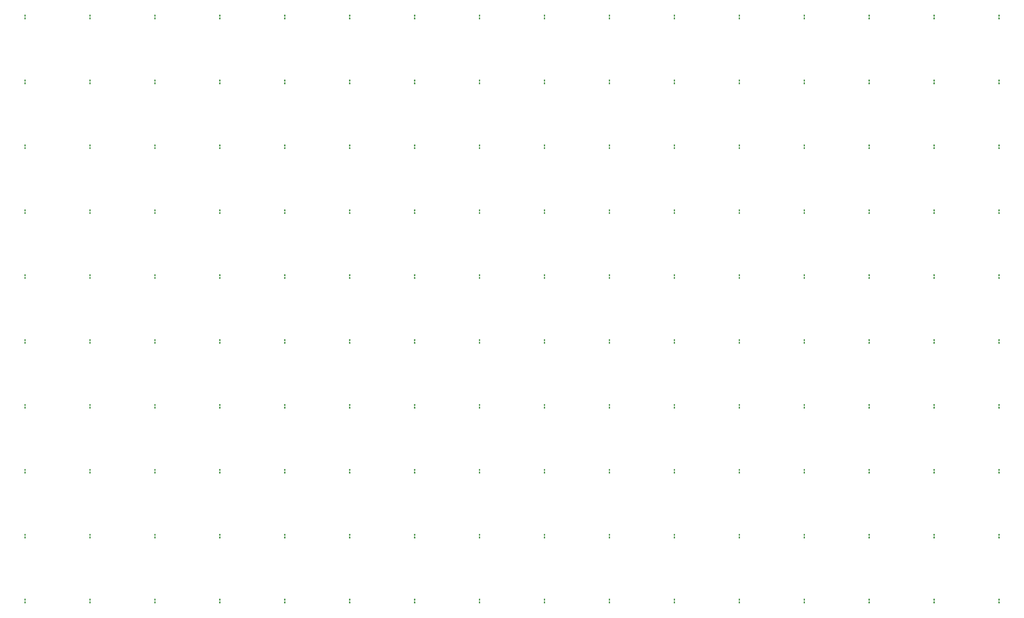
<source format=gbp>
G04 Layer_Color=128*
%FSLAX25Y25*%
%MOIN*%
G70*
G01*
G75*
%ADD11R,0.02126X0.03111*%
G36*
X1117155Y410616D02*
Y408661D01*
X1116998Y408503D01*
X1115187D01*
X1115029Y408661D01*
Y410616D01*
X1115752Y411673D01*
X1116432D01*
X1117155Y410616D01*
D02*
G37*
G36*
X1010856D02*
Y408661D01*
X1010698Y408503D01*
X1008887D01*
X1008730Y408661D01*
Y410616D01*
X1009453Y411673D01*
X1010133D01*
X1010856Y410616D01*
D02*
G37*
G36*
X1223454D02*
Y408661D01*
X1223297Y408503D01*
X1221486D01*
X1221328Y408661D01*
Y410616D01*
X1222051Y411673D01*
X1222731D01*
X1223454Y410616D01*
D02*
G37*
G36*
X1436053D02*
Y408661D01*
X1435895Y408503D01*
X1434084D01*
X1433927Y408661D01*
Y410616D01*
X1434650Y411673D01*
X1435330D01*
X1436053Y410616D01*
D02*
G37*
G36*
X1329753D02*
Y408661D01*
X1329596Y408503D01*
X1327785D01*
X1327627Y408661D01*
Y410616D01*
X1328350Y411673D01*
X1329031D01*
X1329753Y410616D01*
D02*
G37*
G36*
X585659D02*
Y408661D01*
X585502Y408503D01*
X583691D01*
X583533Y408661D01*
Y410616D01*
X584256Y411673D01*
X584936D01*
X585659Y410616D01*
D02*
G37*
G36*
X479360D02*
Y408661D01*
X479202Y408503D01*
X477391D01*
X477234Y408661D01*
Y410616D01*
X477957Y411673D01*
X478637D01*
X479360Y410616D01*
D02*
G37*
G36*
X691958D02*
Y408661D01*
X691801Y408503D01*
X689990D01*
X689832Y408661D01*
Y410616D01*
X690555Y411673D01*
X691235D01*
X691958Y410616D01*
D02*
G37*
G36*
X904557D02*
Y408661D01*
X904399Y408503D01*
X902588D01*
X902431Y408661D01*
Y410616D01*
X903154Y411673D01*
X903834D01*
X904557Y410616D01*
D02*
G37*
G36*
X798257D02*
Y408661D01*
X798100Y408503D01*
X796289D01*
X796132Y408661D01*
Y410616D01*
X796854Y411673D01*
X797535D01*
X798257Y410616D01*
D02*
G37*
G36*
X479360Y415748D02*
Y413794D01*
X478637Y412736D01*
X477957D01*
X477234Y413794D01*
Y415748D01*
X477391Y415906D01*
X479202D01*
X479360Y415748D01*
D02*
G37*
G36*
X373061D02*
Y413794D01*
X372338Y412736D01*
X371657D01*
X370935Y413794D01*
Y415748D01*
X371092Y415906D01*
X372903D01*
X373061Y415748D01*
D02*
G37*
G36*
X585659D02*
Y413794D01*
X584936Y412736D01*
X584256D01*
X583533Y413794D01*
Y415748D01*
X583691Y415906D01*
X585502D01*
X585659Y415748D01*
D02*
G37*
G36*
X798257D02*
Y413794D01*
X797535Y412736D01*
X796854D01*
X796132Y413794D01*
Y415748D01*
X796289Y415906D01*
X798100D01*
X798257Y415748D01*
D02*
G37*
G36*
X691958D02*
Y413794D01*
X691235Y412736D01*
X690555D01*
X689832Y413794D01*
Y415748D01*
X689990Y415906D01*
X691801D01*
X691958Y415748D01*
D02*
G37*
G36*
X1648651Y410616D02*
Y408661D01*
X1648494Y408503D01*
X1646683D01*
X1646525Y408661D01*
Y410616D01*
X1647248Y411673D01*
X1647928D01*
X1648651Y410616D01*
D02*
G37*
G36*
X1542352D02*
Y408661D01*
X1542194Y408503D01*
X1540384D01*
X1540226Y408661D01*
Y410616D01*
X1540949Y411673D01*
X1541629D01*
X1542352Y410616D01*
D02*
G37*
G36*
X54163Y415748D02*
Y413794D01*
X53440Y412736D01*
X52760D01*
X52037Y413794D01*
Y415748D01*
X52194Y415906D01*
X54005D01*
X54163Y415748D01*
D02*
G37*
G36*
X266761D02*
Y413794D01*
X266039Y412736D01*
X265358D01*
X264635Y413794D01*
Y415748D01*
X264793Y415906D01*
X266604D01*
X266761Y415748D01*
D02*
G37*
G36*
X160462D02*
Y413794D01*
X159739Y412736D01*
X159059D01*
X158336Y413794D01*
Y415748D01*
X158494Y415906D01*
X160305D01*
X160462Y415748D01*
D02*
G37*
G36*
X691958Y309449D02*
Y307495D01*
X691235Y306437D01*
X690555D01*
X689832Y307495D01*
Y309449D01*
X689990Y309607D01*
X691801D01*
X691958Y309449D01*
D02*
G37*
G36*
X585659D02*
Y307495D01*
X584936Y306437D01*
X584256D01*
X583533Y307495D01*
Y309449D01*
X583691Y309607D01*
X585502D01*
X585659Y309449D01*
D02*
G37*
G36*
X798257D02*
Y307495D01*
X797535Y306437D01*
X796854D01*
X796132Y307495D01*
Y309449D01*
X796289Y309607D01*
X798100D01*
X798257Y309449D01*
D02*
G37*
G36*
X1010856D02*
Y307495D01*
X1010133Y306437D01*
X1009453D01*
X1008730Y307495D01*
Y309449D01*
X1008887Y309607D01*
X1010698D01*
X1010856Y309449D01*
D02*
G37*
G36*
X904557D02*
Y307495D01*
X903834Y306437D01*
X903154D01*
X902431Y307495D01*
Y309449D01*
X902588Y309607D01*
X904399D01*
X904557Y309449D01*
D02*
G37*
G36*
X160462D02*
Y307495D01*
X159739Y306437D01*
X159059D01*
X158336Y307495D01*
Y309449D01*
X158494Y309607D01*
X160305D01*
X160462Y309449D01*
D02*
G37*
G36*
X54163D02*
Y307495D01*
X53440Y306437D01*
X52760D01*
X52037Y307495D01*
Y309449D01*
X52194Y309607D01*
X54005D01*
X54163Y309449D01*
D02*
G37*
G36*
X266761D02*
Y307495D01*
X266039Y306437D01*
X265358D01*
X264635Y307495D01*
Y309449D01*
X264793Y309607D01*
X266604D01*
X266761Y309449D01*
D02*
G37*
G36*
X479360D02*
Y307495D01*
X478637Y306437D01*
X477957D01*
X477234Y307495D01*
Y309449D01*
X477391Y309607D01*
X479202D01*
X479360Y309449D01*
D02*
G37*
G36*
X373061D02*
Y307495D01*
X372338Y306437D01*
X371657D01*
X370935Y307495D01*
Y309449D01*
X371092Y309607D01*
X372903D01*
X373061Y309449D01*
D02*
G37*
G36*
X54163Y410616D02*
Y408661D01*
X54005Y408503D01*
X52194D01*
X52037Y408661D01*
Y410616D01*
X52760Y411673D01*
X53440D01*
X54163Y410616D01*
D02*
G37*
G36*
X1648651Y309449D02*
Y307495D01*
X1647928Y306437D01*
X1647248D01*
X1646525Y307495D01*
Y309449D01*
X1646683Y309607D01*
X1648494D01*
X1648651Y309449D01*
D02*
G37*
G36*
X160462Y410616D02*
Y408661D01*
X160305Y408503D01*
X158494D01*
X158336Y408661D01*
Y410616D01*
X159059Y411673D01*
X159739D01*
X160462Y410616D01*
D02*
G37*
G36*
X373061D02*
Y408661D01*
X372903Y408503D01*
X371092D01*
X370935Y408661D01*
Y410616D01*
X371657Y411673D01*
X372338D01*
X373061Y410616D01*
D02*
G37*
G36*
X266761D02*
Y408661D01*
X266604Y408503D01*
X264793D01*
X264635Y408661D01*
Y410616D01*
X265358Y411673D01*
X266039D01*
X266761Y410616D01*
D02*
G37*
G36*
X1223454Y309449D02*
Y307495D01*
X1222731Y306437D01*
X1222051D01*
X1221328Y307495D01*
Y309449D01*
X1221486Y309607D01*
X1223297D01*
X1223454Y309449D01*
D02*
G37*
G36*
X1117155D02*
Y307495D01*
X1116432Y306437D01*
X1115752D01*
X1115029Y307495D01*
Y309449D01*
X1115187Y309607D01*
X1116998D01*
X1117155Y309449D01*
D02*
G37*
G36*
X1329753D02*
Y307495D01*
X1329031Y306437D01*
X1328350D01*
X1327627Y307495D01*
Y309449D01*
X1327785Y309607D01*
X1329596D01*
X1329753Y309449D01*
D02*
G37*
G36*
X1542352D02*
Y307495D01*
X1541629Y306437D01*
X1540949D01*
X1540226Y307495D01*
Y309449D01*
X1540384Y309607D01*
X1542194D01*
X1542352Y309449D01*
D02*
G37*
G36*
X1436053D02*
Y307495D01*
X1435330Y306437D01*
X1434650D01*
X1433927Y307495D01*
Y309449D01*
X1434084Y309607D01*
X1435895D01*
X1436053Y309449D01*
D02*
G37*
G36*
X266761Y522048D02*
Y520093D01*
X266039Y519035D01*
X265358D01*
X264635Y520093D01*
Y522048D01*
X264793Y522205D01*
X266604D01*
X266761Y522048D01*
D02*
G37*
G36*
X160462D02*
Y520093D01*
X159739Y519035D01*
X159059D01*
X158336Y520093D01*
Y522048D01*
X158494Y522205D01*
X160305D01*
X160462Y522048D01*
D02*
G37*
G36*
X373061D02*
Y520093D01*
X372338Y519035D01*
X371657D01*
X370935Y520093D01*
Y522048D01*
X371092Y522205D01*
X372903D01*
X373061Y522048D01*
D02*
G37*
G36*
X585659D02*
Y520093D01*
X584936Y519035D01*
X584256D01*
X583533Y520093D01*
Y522048D01*
X583691Y522205D01*
X585502D01*
X585659Y522048D01*
D02*
G37*
G36*
X479360D02*
Y520093D01*
X478637Y519035D01*
X477957D01*
X477234Y520093D01*
Y522048D01*
X477391Y522205D01*
X479202D01*
X479360Y522048D01*
D02*
G37*
G36*
X1436053Y516915D02*
Y514960D01*
X1435895Y514803D01*
X1434084D01*
X1433927Y514960D01*
Y516915D01*
X1434650Y517972D01*
X1435330D01*
X1436053Y516915D01*
D02*
G37*
G36*
X1329753D02*
Y514960D01*
X1329596Y514803D01*
X1327785D01*
X1327627Y514960D01*
Y516915D01*
X1328350Y517972D01*
X1329031D01*
X1329753Y516915D01*
D02*
G37*
G36*
X1542352D02*
Y514960D01*
X1542194Y514803D01*
X1540384D01*
X1540226Y514960D01*
Y516915D01*
X1540949Y517972D01*
X1541629D01*
X1542352Y516915D01*
D02*
G37*
G36*
X54163Y522048D02*
Y520093D01*
X53440Y519035D01*
X52760D01*
X52037Y520093D01*
Y522048D01*
X52194Y522205D01*
X54005D01*
X54163Y522048D01*
D02*
G37*
G36*
X1648651Y516915D02*
Y514960D01*
X1648494Y514803D01*
X1646683D01*
X1646525Y514960D01*
Y516915D01*
X1647248Y517972D01*
X1647928D01*
X1648651Y516915D01*
D02*
G37*
G36*
X1329753Y522048D02*
Y520093D01*
X1329031Y519035D01*
X1328350D01*
X1327627Y520093D01*
Y522048D01*
X1327785Y522205D01*
X1329596D01*
X1329753Y522048D01*
D02*
G37*
G36*
X1223454D02*
Y520093D01*
X1222731Y519035D01*
X1222051D01*
X1221328Y520093D01*
Y522048D01*
X1221486Y522205D01*
X1223297D01*
X1223454Y522048D01*
D02*
G37*
G36*
X1436053D02*
Y520093D01*
X1435330Y519035D01*
X1434650D01*
X1433927Y520093D01*
Y522048D01*
X1434084Y522205D01*
X1435895D01*
X1436053Y522048D01*
D02*
G37*
G36*
X1648651D02*
Y520093D01*
X1647928Y519035D01*
X1647248D01*
X1646525Y520093D01*
Y522048D01*
X1646683Y522205D01*
X1648494D01*
X1648651Y522048D01*
D02*
G37*
G36*
X1542352D02*
Y520093D01*
X1541629Y519035D01*
X1540949D01*
X1540226Y520093D01*
Y522048D01*
X1540384Y522205D01*
X1542194D01*
X1542352Y522048D01*
D02*
G37*
G36*
X798257D02*
Y520093D01*
X797535Y519035D01*
X796854D01*
X796132Y520093D01*
Y522048D01*
X796289Y522205D01*
X798100D01*
X798257Y522048D01*
D02*
G37*
G36*
X691958D02*
Y520093D01*
X691235Y519035D01*
X690555D01*
X689832Y520093D01*
Y522048D01*
X689990Y522205D01*
X691801D01*
X691958Y522048D01*
D02*
G37*
G36*
X904557D02*
Y520093D01*
X903834Y519035D01*
X903154D01*
X902431Y520093D01*
Y522048D01*
X902588Y522205D01*
X904399D01*
X904557Y522048D01*
D02*
G37*
G36*
X1117155D02*
Y520093D01*
X1116432Y519035D01*
X1115752D01*
X1115029Y520093D01*
Y522048D01*
X1115187Y522205D01*
X1116998D01*
X1117155Y522048D01*
D02*
G37*
G36*
X1010856D02*
Y520093D01*
X1010133Y519035D01*
X1009453D01*
X1008730Y520093D01*
Y522048D01*
X1008887Y522205D01*
X1010698D01*
X1010856Y522048D01*
D02*
G37*
G36*
X1542352Y415748D02*
Y413794D01*
X1541629Y412736D01*
X1540949D01*
X1540226Y413794D01*
Y415748D01*
X1540384Y415906D01*
X1542194D01*
X1542352Y415748D01*
D02*
G37*
G36*
X1436053D02*
Y413794D01*
X1435330Y412736D01*
X1434650D01*
X1433927Y413794D01*
Y415748D01*
X1434084Y415906D01*
X1435895D01*
X1436053Y415748D01*
D02*
G37*
G36*
X1648651D02*
Y413794D01*
X1647928Y412736D01*
X1647248D01*
X1646525Y413794D01*
Y415748D01*
X1646683Y415906D01*
X1648494D01*
X1648651Y415748D01*
D02*
G37*
G36*
X160462Y516915D02*
Y514960D01*
X160305Y514803D01*
X158494D01*
X158336Y514960D01*
Y516915D01*
X159059Y517972D01*
X159739D01*
X160462Y516915D01*
D02*
G37*
G36*
X54163D02*
Y514960D01*
X54005Y514803D01*
X52194D01*
X52037Y514960D01*
Y516915D01*
X52760Y517972D01*
X53440D01*
X54163Y516915D01*
D02*
G37*
G36*
X1010856Y415748D02*
Y413794D01*
X1010133Y412736D01*
X1009453D01*
X1008730Y413794D01*
Y415748D01*
X1008887Y415906D01*
X1010698D01*
X1010856Y415748D01*
D02*
G37*
G36*
X904557D02*
Y413794D01*
X903834Y412736D01*
X903154D01*
X902431Y413794D01*
Y415748D01*
X902588Y415906D01*
X904399D01*
X904557Y415748D01*
D02*
G37*
G36*
X1117155D02*
Y413794D01*
X1116432Y412736D01*
X1115752D01*
X1115029Y413794D01*
Y415748D01*
X1115187Y415906D01*
X1116998D01*
X1117155Y415748D01*
D02*
G37*
G36*
X1329753D02*
Y413794D01*
X1329031Y412736D01*
X1328350D01*
X1327627Y413794D01*
Y415748D01*
X1327785Y415906D01*
X1329596D01*
X1329753Y415748D01*
D02*
G37*
G36*
X1223454D02*
Y413794D01*
X1222731Y412736D01*
X1222051D01*
X1221328Y413794D01*
Y415748D01*
X1221486Y415906D01*
X1223297D01*
X1223454Y415748D01*
D02*
G37*
G36*
X904557Y516915D02*
Y514960D01*
X904399Y514803D01*
X902588D01*
X902431Y514960D01*
Y516915D01*
X903154Y517972D01*
X903834D01*
X904557Y516915D01*
D02*
G37*
G36*
X798257D02*
Y514960D01*
X798100Y514803D01*
X796289D01*
X796132Y514960D01*
Y516915D01*
X796854Y517972D01*
X797535D01*
X798257Y516915D01*
D02*
G37*
G36*
X1010856D02*
Y514960D01*
X1010698Y514803D01*
X1008887D01*
X1008730Y514960D01*
Y516915D01*
X1009453Y517972D01*
X1010133D01*
X1010856Y516915D01*
D02*
G37*
G36*
X1223454D02*
Y514960D01*
X1223297Y514803D01*
X1221486D01*
X1221328Y514960D01*
Y516915D01*
X1222051Y517972D01*
X1222731D01*
X1223454Y516915D01*
D02*
G37*
G36*
X1117155D02*
Y514960D01*
X1116998Y514803D01*
X1115187D01*
X1115029Y514960D01*
Y516915D01*
X1115752Y517972D01*
X1116432D01*
X1117155Y516915D01*
D02*
G37*
G36*
X373061D02*
Y514960D01*
X372903Y514803D01*
X371092D01*
X370935Y514960D01*
Y516915D01*
X371657Y517972D01*
X372338D01*
X373061Y516915D01*
D02*
G37*
G36*
X266761D02*
Y514960D01*
X266604Y514803D01*
X264793D01*
X264635Y514960D01*
Y516915D01*
X265358Y517972D01*
X266039D01*
X266761Y516915D01*
D02*
G37*
G36*
X479360D02*
Y514960D01*
X479202Y514803D01*
X477391D01*
X477234Y514960D01*
Y516915D01*
X477957Y517972D01*
X478637D01*
X479360Y516915D01*
D02*
G37*
G36*
X691958D02*
Y514960D01*
X691801Y514803D01*
X689990D01*
X689832Y514960D01*
Y516915D01*
X690555Y517972D01*
X691235D01*
X691958Y516915D01*
D02*
G37*
G36*
X585659D02*
Y514960D01*
X585502Y514803D01*
X583691D01*
X583533Y514960D01*
Y516915D01*
X584256Y517972D01*
X584936D01*
X585659Y516915D01*
D02*
G37*
G36*
X1117155Y96851D02*
Y94896D01*
X1116432Y93839D01*
X1115752D01*
X1115029Y94896D01*
Y96851D01*
X1115187Y97008D01*
X1116998D01*
X1117155Y96851D01*
D02*
G37*
G36*
X1010856D02*
Y94896D01*
X1010133Y93839D01*
X1009453D01*
X1008730Y94896D01*
Y96851D01*
X1008887Y97008D01*
X1010698D01*
X1010856Y96851D01*
D02*
G37*
G36*
X1223454D02*
Y94896D01*
X1222731Y93839D01*
X1222051D01*
X1221328Y94896D01*
Y96851D01*
X1221486Y97008D01*
X1223297D01*
X1223454Y96851D01*
D02*
G37*
G36*
X1436053D02*
Y94896D01*
X1435330Y93839D01*
X1434650D01*
X1433927Y94896D01*
Y96851D01*
X1434084Y97008D01*
X1435895D01*
X1436053Y96851D01*
D02*
G37*
G36*
X1329753D02*
Y94896D01*
X1329031Y93839D01*
X1328350D01*
X1327627Y94896D01*
Y96851D01*
X1327785Y97008D01*
X1329596D01*
X1329753Y96851D01*
D02*
G37*
G36*
X585659D02*
Y94896D01*
X584936Y93839D01*
X584256D01*
X583533Y94896D01*
Y96851D01*
X583691Y97008D01*
X585502D01*
X585659Y96851D01*
D02*
G37*
G36*
X479360D02*
Y94896D01*
X478637Y93839D01*
X477957D01*
X477234Y94896D01*
Y96851D01*
X477391Y97008D01*
X479202D01*
X479360Y96851D01*
D02*
G37*
G36*
X691958D02*
Y94896D01*
X691235Y93839D01*
X690555D01*
X689832Y94896D01*
Y96851D01*
X689990Y97008D01*
X691801D01*
X691958Y96851D01*
D02*
G37*
G36*
X904557D02*
Y94896D01*
X903834Y93839D01*
X903154D01*
X902431Y94896D01*
Y96851D01*
X902588Y97008D01*
X904399D01*
X904557Y96851D01*
D02*
G37*
G36*
X798257D02*
Y94896D01*
X797535Y93839D01*
X796854D01*
X796132Y94896D01*
Y96851D01*
X796289Y97008D01*
X798100D01*
X798257Y96851D01*
D02*
G37*
G36*
X479360Y198017D02*
Y196063D01*
X479202Y195905D01*
X477391D01*
X477234Y196063D01*
Y198017D01*
X477957Y199075D01*
X478637D01*
X479360Y198017D01*
D02*
G37*
G36*
X373061D02*
Y196063D01*
X372903Y195905D01*
X371092D01*
X370935Y196063D01*
Y198017D01*
X371657Y199075D01*
X372338D01*
X373061Y198017D01*
D02*
G37*
G36*
X585659D02*
Y196063D01*
X585502Y195905D01*
X583691D01*
X583533Y196063D01*
Y198017D01*
X584256Y199075D01*
X584936D01*
X585659Y198017D01*
D02*
G37*
G36*
X798257D02*
Y196063D01*
X798100Y195905D01*
X796289D01*
X796132Y196063D01*
Y198017D01*
X796854Y199075D01*
X797535D01*
X798257Y198017D01*
D02*
G37*
G36*
X691958D02*
Y196063D01*
X691801Y195905D01*
X689990D01*
X689832Y196063D01*
Y198017D01*
X690555Y199075D01*
X691235D01*
X691958Y198017D01*
D02*
G37*
G36*
X1648651Y96851D02*
Y94896D01*
X1647928Y93839D01*
X1647248D01*
X1646525Y94896D01*
Y96851D01*
X1646683Y97008D01*
X1648494D01*
X1648651Y96851D01*
D02*
G37*
G36*
X1542352D02*
Y94896D01*
X1541629Y93839D01*
X1540949D01*
X1540226Y94896D01*
Y96851D01*
X1540384Y97008D01*
X1542194D01*
X1542352Y96851D01*
D02*
G37*
G36*
X54163Y198017D02*
Y196063D01*
X54005Y195905D01*
X52194D01*
X52037Y196063D01*
Y198017D01*
X52760Y199075D01*
X53440D01*
X54163Y198017D01*
D02*
G37*
G36*
X266761D02*
Y196063D01*
X266604Y195905D01*
X264793D01*
X264635Y196063D01*
Y198017D01*
X265358Y199075D01*
X266039D01*
X266761Y198017D01*
D02*
G37*
G36*
X160462D02*
Y196063D01*
X160305Y195905D01*
X158494D01*
X158336Y196063D01*
Y198017D01*
X159059Y199075D01*
X159739D01*
X160462Y198017D01*
D02*
G37*
G36*
X691958Y91718D02*
Y89763D01*
X691801Y89606D01*
X689990D01*
X689832Y89763D01*
Y91718D01*
X690555Y92776D01*
X691235D01*
X691958Y91718D01*
D02*
G37*
G36*
X585659D02*
Y89763D01*
X585502Y89606D01*
X583691D01*
X583533Y89763D01*
Y91718D01*
X584256Y92776D01*
X584936D01*
X585659Y91718D01*
D02*
G37*
G36*
X798257D02*
Y89763D01*
X798100Y89606D01*
X796289D01*
X796132Y89763D01*
Y91718D01*
X796854Y92776D01*
X797535D01*
X798257Y91718D01*
D02*
G37*
G36*
X1010856D02*
Y89763D01*
X1010698Y89606D01*
X1008887D01*
X1008730Y89763D01*
Y91718D01*
X1009453Y92776D01*
X1010133D01*
X1010856Y91718D01*
D02*
G37*
G36*
X904557D02*
Y89763D01*
X904399Y89606D01*
X902588D01*
X902431Y89763D01*
Y91718D01*
X903154Y92776D01*
X903834D01*
X904557Y91718D01*
D02*
G37*
G36*
X160462D02*
Y89763D01*
X160305Y89606D01*
X158494D01*
X158336Y89763D01*
Y91718D01*
X159059Y92776D01*
X159739D01*
X160462Y91718D01*
D02*
G37*
G36*
X54163D02*
Y89763D01*
X54005Y89606D01*
X52194D01*
X52037Y89763D01*
Y91718D01*
X52760Y92776D01*
X53440D01*
X54163Y91718D01*
D02*
G37*
G36*
X266761D02*
Y89763D01*
X266604Y89606D01*
X264793D01*
X264635Y89763D01*
Y91718D01*
X265358Y92776D01*
X266039D01*
X266761Y91718D01*
D02*
G37*
G36*
X479360D02*
Y89763D01*
X479202Y89606D01*
X477391D01*
X477234Y89763D01*
Y91718D01*
X477957Y92776D01*
X478637D01*
X479360Y91718D01*
D02*
G37*
G36*
X373061D02*
Y89763D01*
X372903Y89606D01*
X371092D01*
X370935Y89763D01*
Y91718D01*
X371657Y92776D01*
X372338D01*
X373061Y91718D01*
D02*
G37*
G36*
X54163Y96851D02*
Y94896D01*
X53440Y93839D01*
X52760D01*
X52037Y94896D01*
Y96851D01*
X52194Y97008D01*
X54005D01*
X54163Y96851D01*
D02*
G37*
G36*
X1648651Y91718D02*
Y89763D01*
X1648494Y89606D01*
X1646683D01*
X1646525Y89763D01*
Y91718D01*
X1647248Y92776D01*
X1647928D01*
X1648651Y91718D01*
D02*
G37*
G36*
X160462Y96851D02*
Y94896D01*
X159739Y93839D01*
X159059D01*
X158336Y94896D01*
Y96851D01*
X158494Y97008D01*
X160305D01*
X160462Y96851D01*
D02*
G37*
G36*
X373061D02*
Y94896D01*
X372338Y93839D01*
X371657D01*
X370935Y94896D01*
Y96851D01*
X371092Y97008D01*
X372903D01*
X373061Y96851D01*
D02*
G37*
G36*
X266761D02*
Y94896D01*
X266039Y93839D01*
X265358D01*
X264635Y94896D01*
Y96851D01*
X264793Y97008D01*
X266604D01*
X266761Y96851D01*
D02*
G37*
G36*
X1223454Y91718D02*
Y89763D01*
X1223297Y89606D01*
X1221486D01*
X1221328Y89763D01*
Y91718D01*
X1222051Y92776D01*
X1222731D01*
X1223454Y91718D01*
D02*
G37*
G36*
X1117155D02*
Y89763D01*
X1116998Y89606D01*
X1115187D01*
X1115029Y89763D01*
Y91718D01*
X1115752Y92776D01*
X1116432D01*
X1117155Y91718D01*
D02*
G37*
G36*
X1329753D02*
Y89763D01*
X1329596Y89606D01*
X1327785D01*
X1327627Y89763D01*
Y91718D01*
X1328350Y92776D01*
X1329031D01*
X1329753Y91718D01*
D02*
G37*
G36*
X1542352D02*
Y89763D01*
X1542194Y89606D01*
X1540384D01*
X1540226Y89763D01*
Y91718D01*
X1540949Y92776D01*
X1541629D01*
X1542352Y91718D01*
D02*
G37*
G36*
X1436053D02*
Y89763D01*
X1435895Y89606D01*
X1434084D01*
X1433927Y89763D01*
Y91718D01*
X1434650Y92776D01*
X1435330D01*
X1436053Y91718D01*
D02*
G37*
G36*
X266761Y304316D02*
Y302362D01*
X266604Y302204D01*
X264793D01*
X264635Y302362D01*
Y304316D01*
X265358Y305374D01*
X266039D01*
X266761Y304316D01*
D02*
G37*
G36*
X160462D02*
Y302362D01*
X160305Y302204D01*
X158494D01*
X158336Y302362D01*
Y304316D01*
X159059Y305374D01*
X159739D01*
X160462Y304316D01*
D02*
G37*
G36*
X373061D02*
Y302362D01*
X372903Y302204D01*
X371092D01*
X370935Y302362D01*
Y304316D01*
X371657Y305374D01*
X372338D01*
X373061Y304316D01*
D02*
G37*
G36*
X585659D02*
Y302362D01*
X585502Y302204D01*
X583691D01*
X583533Y302362D01*
Y304316D01*
X584256Y305374D01*
X584936D01*
X585659Y304316D01*
D02*
G37*
G36*
X479360D02*
Y302362D01*
X479202Y302204D01*
X477391D01*
X477234Y302362D01*
Y304316D01*
X477957Y305374D01*
X478637D01*
X479360Y304316D01*
D02*
G37*
G36*
X1436053Y203150D02*
Y201195D01*
X1435330Y200138D01*
X1434650D01*
X1433927Y201195D01*
Y203150D01*
X1434084Y203308D01*
X1435895D01*
X1436053Y203150D01*
D02*
G37*
G36*
X1329753D02*
Y201195D01*
X1329031Y200138D01*
X1328350D01*
X1327627Y201195D01*
Y203150D01*
X1327785Y203308D01*
X1329596D01*
X1329753Y203150D01*
D02*
G37*
G36*
X1542352D02*
Y201195D01*
X1541629Y200138D01*
X1540949D01*
X1540226Y201195D01*
Y203150D01*
X1540384Y203308D01*
X1542194D01*
X1542352Y203150D01*
D02*
G37*
G36*
X54163Y304316D02*
Y302362D01*
X54005Y302204D01*
X52194D01*
X52037Y302362D01*
Y304316D01*
X52760Y305374D01*
X53440D01*
X54163Y304316D01*
D02*
G37*
G36*
X1648651Y203150D02*
Y201195D01*
X1647928Y200138D01*
X1647248D01*
X1646525Y201195D01*
Y203150D01*
X1646683Y203308D01*
X1648494D01*
X1648651Y203150D01*
D02*
G37*
G36*
X1329753Y304316D02*
Y302362D01*
X1329596Y302204D01*
X1327785D01*
X1327627Y302362D01*
Y304316D01*
X1328350Y305374D01*
X1329031D01*
X1329753Y304316D01*
D02*
G37*
G36*
X1223454D02*
Y302362D01*
X1223297Y302204D01*
X1221486D01*
X1221328Y302362D01*
Y304316D01*
X1222051Y305374D01*
X1222731D01*
X1223454Y304316D01*
D02*
G37*
G36*
X1436053D02*
Y302362D01*
X1435895Y302204D01*
X1434084D01*
X1433927Y302362D01*
Y304316D01*
X1434650Y305374D01*
X1435330D01*
X1436053Y304316D01*
D02*
G37*
G36*
X1648651D02*
Y302362D01*
X1648494Y302204D01*
X1646683D01*
X1646525Y302362D01*
Y304316D01*
X1647248Y305374D01*
X1647928D01*
X1648651Y304316D01*
D02*
G37*
G36*
X1542352D02*
Y302362D01*
X1542194Y302204D01*
X1540384D01*
X1540226Y302362D01*
Y304316D01*
X1540949Y305374D01*
X1541629D01*
X1542352Y304316D01*
D02*
G37*
G36*
X798257D02*
Y302362D01*
X798100Y302204D01*
X796289D01*
X796132Y302362D01*
Y304316D01*
X796854Y305374D01*
X797535D01*
X798257Y304316D01*
D02*
G37*
G36*
X691958D02*
Y302362D01*
X691801Y302204D01*
X689990D01*
X689832Y302362D01*
Y304316D01*
X690555Y305374D01*
X691235D01*
X691958Y304316D01*
D02*
G37*
G36*
X904557D02*
Y302362D01*
X904399Y302204D01*
X902588D01*
X902431Y302362D01*
Y304316D01*
X903154Y305374D01*
X903834D01*
X904557Y304316D01*
D02*
G37*
G36*
X1117155D02*
Y302362D01*
X1116998Y302204D01*
X1115187D01*
X1115029Y302362D01*
Y304316D01*
X1115752Y305374D01*
X1116432D01*
X1117155Y304316D01*
D02*
G37*
G36*
X1010856D02*
Y302362D01*
X1010698Y302204D01*
X1008887D01*
X1008730Y302362D01*
Y304316D01*
X1009453Y305374D01*
X1010133D01*
X1010856Y304316D01*
D02*
G37*
G36*
X1542352Y198017D02*
Y196063D01*
X1542194Y195905D01*
X1540384D01*
X1540226Y196063D01*
Y198017D01*
X1540949Y199075D01*
X1541629D01*
X1542352Y198017D01*
D02*
G37*
G36*
X1436053D02*
Y196063D01*
X1435895Y195905D01*
X1434084D01*
X1433927Y196063D01*
Y198017D01*
X1434650Y199075D01*
X1435330D01*
X1436053Y198017D01*
D02*
G37*
G36*
X1648651D02*
Y196063D01*
X1648494Y195905D01*
X1646683D01*
X1646525Y196063D01*
Y198017D01*
X1647248Y199075D01*
X1647928D01*
X1648651Y198017D01*
D02*
G37*
G36*
X160462Y203150D02*
Y201195D01*
X159739Y200138D01*
X159059D01*
X158336Y201195D01*
Y203150D01*
X158494Y203308D01*
X160305D01*
X160462Y203150D01*
D02*
G37*
G36*
X54163D02*
Y201195D01*
X53440Y200138D01*
X52760D01*
X52037Y201195D01*
Y203150D01*
X52194Y203308D01*
X54005D01*
X54163Y203150D01*
D02*
G37*
G36*
X1010856Y198017D02*
Y196063D01*
X1010698Y195905D01*
X1008887D01*
X1008730Y196063D01*
Y198017D01*
X1009453Y199075D01*
X1010133D01*
X1010856Y198017D01*
D02*
G37*
G36*
X904557D02*
Y196063D01*
X904399Y195905D01*
X902588D01*
X902431Y196063D01*
Y198017D01*
X903154Y199075D01*
X903834D01*
X904557Y198017D01*
D02*
G37*
G36*
X1117155D02*
Y196063D01*
X1116998Y195905D01*
X1115187D01*
X1115029Y196063D01*
Y198017D01*
X1115752Y199075D01*
X1116432D01*
X1117155Y198017D01*
D02*
G37*
G36*
X1329753D02*
Y196063D01*
X1329596Y195905D01*
X1327785D01*
X1327627Y196063D01*
Y198017D01*
X1328350Y199075D01*
X1329031D01*
X1329753Y198017D01*
D02*
G37*
G36*
X1223454D02*
Y196063D01*
X1223297Y195905D01*
X1221486D01*
X1221328Y196063D01*
Y198017D01*
X1222051Y199075D01*
X1222731D01*
X1223454Y198017D01*
D02*
G37*
G36*
X904557Y203150D02*
Y201195D01*
X903834Y200138D01*
X903154D01*
X902431Y201195D01*
Y203150D01*
X902588Y203308D01*
X904399D01*
X904557Y203150D01*
D02*
G37*
G36*
X798257D02*
Y201195D01*
X797535Y200138D01*
X796854D01*
X796132Y201195D01*
Y203150D01*
X796289Y203308D01*
X798100D01*
X798257Y203150D01*
D02*
G37*
G36*
X1010856D02*
Y201195D01*
X1010133Y200138D01*
X1009453D01*
X1008730Y201195D01*
Y203150D01*
X1008887Y203308D01*
X1010698D01*
X1010856Y203150D01*
D02*
G37*
G36*
X1223454D02*
Y201195D01*
X1222731Y200138D01*
X1222051D01*
X1221328Y201195D01*
Y203150D01*
X1221486Y203308D01*
X1223297D01*
X1223454Y203150D01*
D02*
G37*
G36*
X1117155D02*
Y201195D01*
X1116432Y200138D01*
X1115752D01*
X1115029Y201195D01*
Y203150D01*
X1115187Y203308D01*
X1116998D01*
X1117155Y203150D01*
D02*
G37*
G36*
X373061D02*
Y201195D01*
X372338Y200138D01*
X371657D01*
X370935Y201195D01*
Y203150D01*
X371092Y203308D01*
X372903D01*
X373061Y203150D01*
D02*
G37*
G36*
X266761D02*
Y201195D01*
X266039Y200138D01*
X265358D01*
X264635Y201195D01*
Y203150D01*
X264793Y203308D01*
X266604D01*
X266761Y203150D01*
D02*
G37*
G36*
X479360D02*
Y201195D01*
X478637Y200138D01*
X477957D01*
X477234Y201195D01*
Y203150D01*
X477391Y203308D01*
X479202D01*
X479360Y203150D01*
D02*
G37*
G36*
X691958D02*
Y201195D01*
X691235Y200138D01*
X690555D01*
X689832Y201195D01*
Y203150D01*
X689990Y203308D01*
X691801D01*
X691958Y203150D01*
D02*
G37*
G36*
X585659D02*
Y201195D01*
X584936Y200138D01*
X584256D01*
X583533Y201195D01*
Y203150D01*
X583691Y203308D01*
X585502D01*
X585659Y203150D01*
D02*
G37*
G36*
X1117155Y942112D02*
Y940157D01*
X1116998Y940000D01*
X1115187D01*
X1115029Y940157D01*
Y942112D01*
X1115752Y943169D01*
X1116432D01*
X1117155Y942112D01*
D02*
G37*
G36*
X1010856D02*
Y940157D01*
X1010698Y940000D01*
X1008887D01*
X1008730Y940157D01*
Y942112D01*
X1009453Y943169D01*
X1010133D01*
X1010856Y942112D01*
D02*
G37*
G36*
X1223454D02*
Y940157D01*
X1223297Y940000D01*
X1221486D01*
X1221328Y940157D01*
Y942112D01*
X1222051Y943169D01*
X1222731D01*
X1223454Y942112D01*
D02*
G37*
G36*
X1436053D02*
Y940157D01*
X1435895Y940000D01*
X1434084D01*
X1433927Y940157D01*
Y942112D01*
X1434650Y943169D01*
X1435330D01*
X1436053Y942112D01*
D02*
G37*
G36*
X1329753D02*
Y940157D01*
X1329596Y940000D01*
X1327785D01*
X1327627Y940157D01*
Y942112D01*
X1328350Y943169D01*
X1329031D01*
X1329753Y942112D01*
D02*
G37*
G36*
X585659D02*
Y940157D01*
X585502Y940000D01*
X583691D01*
X583533Y940157D01*
Y942112D01*
X584256Y943169D01*
X584936D01*
X585659Y942112D01*
D02*
G37*
G36*
X479360D02*
Y940157D01*
X479202Y940000D01*
X477391D01*
X477234Y940157D01*
Y942112D01*
X477957Y943169D01*
X478637D01*
X479360Y942112D01*
D02*
G37*
G36*
X691958D02*
Y940157D01*
X691801Y940000D01*
X689990D01*
X689832Y940157D01*
Y942112D01*
X690555Y943169D01*
X691235D01*
X691958Y942112D01*
D02*
G37*
G36*
X904557D02*
Y940157D01*
X904399Y940000D01*
X902588D01*
X902431Y940157D01*
Y942112D01*
X903154Y943169D01*
X903834D01*
X904557Y942112D01*
D02*
G37*
G36*
X798257D02*
Y940157D01*
X798100Y940000D01*
X796289D01*
X796132Y940157D01*
Y942112D01*
X796854Y943169D01*
X797535D01*
X798257Y942112D01*
D02*
G37*
G36*
X479360Y947244D02*
Y945290D01*
X478637Y944232D01*
X477957D01*
X477234Y945290D01*
Y947244D01*
X477391Y947402D01*
X479202D01*
X479360Y947244D01*
D02*
G37*
G36*
X373061D02*
Y945290D01*
X372338Y944232D01*
X371657D01*
X370935Y945290D01*
Y947244D01*
X371092Y947402D01*
X372903D01*
X373061Y947244D01*
D02*
G37*
G36*
X585659D02*
Y945290D01*
X584936Y944232D01*
X584256D01*
X583533Y945290D01*
Y947244D01*
X583691Y947402D01*
X585502D01*
X585659Y947244D01*
D02*
G37*
G36*
X798257D02*
Y945290D01*
X797535Y944232D01*
X796854D01*
X796132Y945290D01*
Y947244D01*
X796289Y947402D01*
X798100D01*
X798257Y947244D01*
D02*
G37*
G36*
X691958D02*
Y945290D01*
X691235Y944232D01*
X690555D01*
X689832Y945290D01*
Y947244D01*
X689990Y947402D01*
X691801D01*
X691958Y947244D01*
D02*
G37*
G36*
X1648651Y942112D02*
Y940157D01*
X1648494Y940000D01*
X1646683D01*
X1646525Y940157D01*
Y942112D01*
X1647248Y943169D01*
X1647928D01*
X1648651Y942112D01*
D02*
G37*
G36*
X1542352D02*
Y940157D01*
X1542194Y940000D01*
X1540384D01*
X1540226Y940157D01*
Y942112D01*
X1540949Y943169D01*
X1541629D01*
X1542352Y942112D01*
D02*
G37*
G36*
X54163Y947244D02*
Y945290D01*
X53440Y944232D01*
X52760D01*
X52037Y945290D01*
Y947244D01*
X52194Y947402D01*
X54005D01*
X54163Y947244D01*
D02*
G37*
G36*
X266761D02*
Y945290D01*
X266039Y944232D01*
X265358D01*
X264635Y945290D01*
Y947244D01*
X264793Y947402D01*
X266604D01*
X266761Y947244D01*
D02*
G37*
G36*
X160462D02*
Y945290D01*
X159739Y944232D01*
X159059D01*
X158336Y945290D01*
Y947244D01*
X158494Y947402D01*
X160305D01*
X160462Y947244D01*
D02*
G37*
G36*
X691958Y840945D02*
Y838991D01*
X691235Y837933D01*
X690555D01*
X689832Y838991D01*
Y840945D01*
X689990Y841103D01*
X691801D01*
X691958Y840945D01*
D02*
G37*
G36*
X585659D02*
Y838991D01*
X584936Y837933D01*
X584256D01*
X583533Y838991D01*
Y840945D01*
X583691Y841103D01*
X585502D01*
X585659Y840945D01*
D02*
G37*
G36*
X798257D02*
Y838991D01*
X797535Y837933D01*
X796854D01*
X796132Y838991D01*
Y840945D01*
X796289Y841103D01*
X798100D01*
X798257Y840945D01*
D02*
G37*
G36*
X1010856D02*
Y838991D01*
X1010133Y837933D01*
X1009453D01*
X1008730Y838991D01*
Y840945D01*
X1008887Y841103D01*
X1010698D01*
X1010856Y840945D01*
D02*
G37*
G36*
X904557D02*
Y838991D01*
X903834Y837933D01*
X903154D01*
X902431Y838991D01*
Y840945D01*
X902588Y841103D01*
X904399D01*
X904557Y840945D01*
D02*
G37*
G36*
X160462D02*
Y838991D01*
X159739Y837933D01*
X159059D01*
X158336Y838991D01*
Y840945D01*
X158494Y841103D01*
X160305D01*
X160462Y840945D01*
D02*
G37*
G36*
X54163D02*
Y838991D01*
X53440Y837933D01*
X52760D01*
X52037Y838991D01*
Y840945D01*
X52194Y841103D01*
X54005D01*
X54163Y840945D01*
D02*
G37*
G36*
X266761D02*
Y838991D01*
X266039Y837933D01*
X265358D01*
X264635Y838991D01*
Y840945D01*
X264793Y841103D01*
X266604D01*
X266761Y840945D01*
D02*
G37*
G36*
X479360D02*
Y838991D01*
X478637Y837933D01*
X477957D01*
X477234Y838991D01*
Y840945D01*
X477391Y841103D01*
X479202D01*
X479360Y840945D01*
D02*
G37*
G36*
X373061D02*
Y838991D01*
X372338Y837933D01*
X371657D01*
X370935Y838991D01*
Y840945D01*
X371092Y841103D01*
X372903D01*
X373061Y840945D01*
D02*
G37*
G36*
X54163Y942112D02*
Y940157D01*
X54005Y940000D01*
X52194D01*
X52037Y940157D01*
Y942112D01*
X52760Y943169D01*
X53440D01*
X54163Y942112D01*
D02*
G37*
G36*
X1648651Y840945D02*
Y838991D01*
X1647928Y837933D01*
X1647248D01*
X1646525Y838991D01*
Y840945D01*
X1646683Y841103D01*
X1648494D01*
X1648651Y840945D01*
D02*
G37*
G36*
X160462Y942112D02*
Y940157D01*
X160305Y940000D01*
X158494D01*
X158336Y940157D01*
Y942112D01*
X159059Y943169D01*
X159739D01*
X160462Y942112D01*
D02*
G37*
G36*
X373061D02*
Y940157D01*
X372903Y940000D01*
X371092D01*
X370935Y940157D01*
Y942112D01*
X371657Y943169D01*
X372338D01*
X373061Y942112D01*
D02*
G37*
G36*
X266761D02*
Y940157D01*
X266604Y940000D01*
X264793D01*
X264635Y940157D01*
Y942112D01*
X265358Y943169D01*
X266039D01*
X266761Y942112D01*
D02*
G37*
G36*
X1223454Y840945D02*
Y838991D01*
X1222731Y837933D01*
X1222051D01*
X1221328Y838991D01*
Y840945D01*
X1221486Y841103D01*
X1223297D01*
X1223454Y840945D01*
D02*
G37*
G36*
X1117155D02*
Y838991D01*
X1116432Y837933D01*
X1115752D01*
X1115029Y838991D01*
Y840945D01*
X1115187Y841103D01*
X1116998D01*
X1117155Y840945D01*
D02*
G37*
G36*
X1329753D02*
Y838991D01*
X1329031Y837933D01*
X1328350D01*
X1327627Y838991D01*
Y840945D01*
X1327785Y841103D01*
X1329596D01*
X1329753Y840945D01*
D02*
G37*
G36*
X1542352D02*
Y838991D01*
X1541629Y837933D01*
X1540949D01*
X1540226Y838991D01*
Y840945D01*
X1540384Y841103D01*
X1542194D01*
X1542352Y840945D01*
D02*
G37*
G36*
X1436053D02*
Y838991D01*
X1435330Y837933D01*
X1434650D01*
X1433927Y838991D01*
Y840945D01*
X1434084Y841103D01*
X1435895D01*
X1436053Y840945D01*
D02*
G37*
G36*
X266761Y1053544D02*
Y1051589D01*
X266039Y1050531D01*
X265358D01*
X264635Y1051589D01*
Y1053544D01*
X264793Y1053701D01*
X266604D01*
X266761Y1053544D01*
D02*
G37*
G36*
X160462D02*
Y1051589D01*
X159739Y1050531D01*
X159059D01*
X158336Y1051589D01*
Y1053544D01*
X158494Y1053701D01*
X160305D01*
X160462Y1053544D01*
D02*
G37*
G36*
X373061D02*
Y1051589D01*
X372338Y1050531D01*
X371657D01*
X370935Y1051589D01*
Y1053544D01*
X371092Y1053701D01*
X372903D01*
X373061Y1053544D01*
D02*
G37*
G36*
X585659D02*
Y1051589D01*
X584936Y1050531D01*
X584256D01*
X583533Y1051589D01*
Y1053544D01*
X583691Y1053701D01*
X585502D01*
X585659Y1053544D01*
D02*
G37*
G36*
X479360D02*
Y1051589D01*
X478637Y1050531D01*
X477957D01*
X477234Y1051589D01*
Y1053544D01*
X477391Y1053701D01*
X479202D01*
X479360Y1053544D01*
D02*
G37*
G36*
X1436053Y1048411D02*
Y1046456D01*
X1435895Y1046299D01*
X1434084D01*
X1433927Y1046456D01*
Y1048411D01*
X1434650Y1049469D01*
X1435330D01*
X1436053Y1048411D01*
D02*
G37*
G36*
X1329753D02*
Y1046456D01*
X1329596Y1046299D01*
X1327785D01*
X1327627Y1046456D01*
Y1048411D01*
X1328350Y1049469D01*
X1329031D01*
X1329753Y1048411D01*
D02*
G37*
G36*
X1542352D02*
Y1046456D01*
X1542194Y1046299D01*
X1540384D01*
X1540226Y1046456D01*
Y1048411D01*
X1540949Y1049469D01*
X1541629D01*
X1542352Y1048411D01*
D02*
G37*
G36*
X54161Y1053544D02*
Y1051589D01*
X53439Y1050531D01*
X52758D01*
X52035Y1051589D01*
Y1053544D01*
X52193Y1053701D01*
X54004D01*
X54161Y1053544D01*
D02*
G37*
G36*
X1648651Y1048411D02*
Y1046456D01*
X1648494Y1046299D01*
X1646683D01*
X1646525Y1046456D01*
Y1048411D01*
X1647248Y1049469D01*
X1647928D01*
X1648651Y1048411D01*
D02*
G37*
G36*
X1329753Y1053544D02*
Y1051589D01*
X1329031Y1050531D01*
X1328350D01*
X1327627Y1051589D01*
Y1053544D01*
X1327785Y1053701D01*
X1329596D01*
X1329753Y1053544D01*
D02*
G37*
G36*
X1223454D02*
Y1051589D01*
X1222731Y1050531D01*
X1222051D01*
X1221328Y1051589D01*
Y1053544D01*
X1221486Y1053701D01*
X1223297D01*
X1223454Y1053544D01*
D02*
G37*
G36*
X1436053D02*
Y1051589D01*
X1435330Y1050531D01*
X1434650D01*
X1433927Y1051589D01*
Y1053544D01*
X1434084Y1053701D01*
X1435895D01*
X1436053Y1053544D01*
D02*
G37*
G36*
X1648651D02*
Y1051589D01*
X1647928Y1050531D01*
X1647248D01*
X1646525Y1051589D01*
Y1053544D01*
X1646683Y1053701D01*
X1648494D01*
X1648651Y1053544D01*
D02*
G37*
G36*
X1542352D02*
Y1051589D01*
X1541629Y1050531D01*
X1540949D01*
X1540226Y1051589D01*
Y1053544D01*
X1540384Y1053701D01*
X1542194D01*
X1542352Y1053544D01*
D02*
G37*
G36*
X798257D02*
Y1051589D01*
X797535Y1050531D01*
X796854D01*
X796132Y1051589D01*
Y1053544D01*
X796289Y1053701D01*
X798100D01*
X798257Y1053544D01*
D02*
G37*
G36*
X691958D02*
Y1051589D01*
X691235Y1050531D01*
X690555D01*
X689832Y1051589D01*
Y1053544D01*
X689990Y1053701D01*
X691801D01*
X691958Y1053544D01*
D02*
G37*
G36*
X904557D02*
Y1051589D01*
X903834Y1050531D01*
X903154D01*
X902431Y1051589D01*
Y1053544D01*
X902588Y1053701D01*
X904399D01*
X904557Y1053544D01*
D02*
G37*
G36*
X1117155D02*
Y1051589D01*
X1116432Y1050531D01*
X1115752D01*
X1115029Y1051589D01*
Y1053544D01*
X1115187Y1053701D01*
X1116998D01*
X1117155Y1053544D01*
D02*
G37*
G36*
X1010856D02*
Y1051589D01*
X1010133Y1050531D01*
X1009453D01*
X1008730Y1051589D01*
Y1053544D01*
X1008887Y1053701D01*
X1010698D01*
X1010856Y1053544D01*
D02*
G37*
G36*
X1542352Y947244D02*
Y945290D01*
X1541629Y944232D01*
X1540949D01*
X1540226Y945290D01*
Y947244D01*
X1540384Y947402D01*
X1542194D01*
X1542352Y947244D01*
D02*
G37*
G36*
X1436053D02*
Y945290D01*
X1435330Y944232D01*
X1434650D01*
X1433927Y945290D01*
Y947244D01*
X1434084Y947402D01*
X1435895D01*
X1436053Y947244D01*
D02*
G37*
G36*
X1648651D02*
Y945290D01*
X1647928Y944232D01*
X1647248D01*
X1646525Y945290D01*
Y947244D01*
X1646683Y947402D01*
X1648494D01*
X1648651Y947244D01*
D02*
G37*
G36*
X160462Y1048411D02*
Y1046456D01*
X160305Y1046299D01*
X158494D01*
X158336Y1046456D01*
Y1048411D01*
X159059Y1049469D01*
X159739D01*
X160462Y1048411D01*
D02*
G37*
G36*
X54161D02*
Y1046456D01*
X54004Y1046299D01*
X52193D01*
X52035Y1046456D01*
Y1048411D01*
X52758Y1049469D01*
X53439D01*
X54161Y1048411D01*
D02*
G37*
G36*
X1010856Y947244D02*
Y945290D01*
X1010133Y944232D01*
X1009453D01*
X1008730Y945290D01*
Y947244D01*
X1008887Y947402D01*
X1010698D01*
X1010856Y947244D01*
D02*
G37*
G36*
X904557D02*
Y945290D01*
X903834Y944232D01*
X903154D01*
X902431Y945290D01*
Y947244D01*
X902588Y947402D01*
X904399D01*
X904557Y947244D01*
D02*
G37*
G36*
X1117155D02*
Y945290D01*
X1116432Y944232D01*
X1115752D01*
X1115029Y945290D01*
Y947244D01*
X1115187Y947402D01*
X1116998D01*
X1117155Y947244D01*
D02*
G37*
G36*
X1329753D02*
Y945290D01*
X1329031Y944232D01*
X1328350D01*
X1327627Y945290D01*
Y947244D01*
X1327785Y947402D01*
X1329596D01*
X1329753Y947244D01*
D02*
G37*
G36*
X1223454D02*
Y945290D01*
X1222731Y944232D01*
X1222051D01*
X1221328Y945290D01*
Y947244D01*
X1221486Y947402D01*
X1223297D01*
X1223454Y947244D01*
D02*
G37*
G36*
X904557Y1048411D02*
Y1046456D01*
X904399Y1046299D01*
X902588D01*
X902431Y1046456D01*
Y1048411D01*
X903154Y1049469D01*
X903834D01*
X904557Y1048411D01*
D02*
G37*
G36*
X798257D02*
Y1046456D01*
X798100Y1046299D01*
X796289D01*
X796132Y1046456D01*
Y1048411D01*
X796854Y1049469D01*
X797535D01*
X798257Y1048411D01*
D02*
G37*
G36*
X1010856D02*
Y1046456D01*
X1010698Y1046299D01*
X1008887D01*
X1008730Y1046456D01*
Y1048411D01*
X1009453Y1049469D01*
X1010133D01*
X1010856Y1048411D01*
D02*
G37*
G36*
X1223454D02*
Y1046456D01*
X1223297Y1046299D01*
X1221486D01*
X1221328Y1046456D01*
Y1048411D01*
X1222051Y1049469D01*
X1222731D01*
X1223454Y1048411D01*
D02*
G37*
G36*
X1117155D02*
Y1046456D01*
X1116998Y1046299D01*
X1115187D01*
X1115029Y1046456D01*
Y1048411D01*
X1115752Y1049469D01*
X1116432D01*
X1117155Y1048411D01*
D02*
G37*
G36*
X373061D02*
Y1046456D01*
X372903Y1046299D01*
X371092D01*
X370935Y1046456D01*
Y1048411D01*
X371657Y1049469D01*
X372338D01*
X373061Y1048411D01*
D02*
G37*
G36*
X266761D02*
Y1046456D01*
X266604Y1046299D01*
X264793D01*
X264635Y1046456D01*
Y1048411D01*
X265358Y1049469D01*
X266039D01*
X266761Y1048411D01*
D02*
G37*
G36*
X479360D02*
Y1046456D01*
X479202Y1046299D01*
X477391D01*
X477234Y1046456D01*
Y1048411D01*
X477957Y1049469D01*
X478637D01*
X479360Y1048411D01*
D02*
G37*
G36*
X691958D02*
Y1046456D01*
X691801Y1046299D01*
X689990D01*
X689832Y1046456D01*
Y1048411D01*
X690555Y1049469D01*
X691235D01*
X691958Y1048411D01*
D02*
G37*
G36*
X585659D02*
Y1046456D01*
X585502Y1046299D01*
X583691D01*
X583533Y1046456D01*
Y1048411D01*
X584256Y1049469D01*
X584936D01*
X585659Y1048411D01*
D02*
G37*
G36*
X1117155Y628347D02*
Y626392D01*
X1116432Y625335D01*
X1115752D01*
X1115029Y626392D01*
Y628347D01*
X1115187Y628504D01*
X1116998D01*
X1117155Y628347D01*
D02*
G37*
G36*
X1010856D02*
Y626392D01*
X1010133Y625335D01*
X1009453D01*
X1008730Y626392D01*
Y628347D01*
X1008887Y628504D01*
X1010698D01*
X1010856Y628347D01*
D02*
G37*
G36*
X1223454D02*
Y626392D01*
X1222731Y625335D01*
X1222051D01*
X1221328Y626392D01*
Y628347D01*
X1221486Y628504D01*
X1223297D01*
X1223454Y628347D01*
D02*
G37*
G36*
X1436053D02*
Y626392D01*
X1435330Y625335D01*
X1434650D01*
X1433927Y626392D01*
Y628347D01*
X1434084Y628504D01*
X1435895D01*
X1436053Y628347D01*
D02*
G37*
G36*
X1329753D02*
Y626392D01*
X1329031Y625335D01*
X1328350D01*
X1327627Y626392D01*
Y628347D01*
X1327785Y628504D01*
X1329596D01*
X1329753Y628347D01*
D02*
G37*
G36*
X585659D02*
Y626392D01*
X584936Y625335D01*
X584256D01*
X583533Y626392D01*
Y628347D01*
X583691Y628504D01*
X585502D01*
X585659Y628347D01*
D02*
G37*
G36*
X479360D02*
Y626392D01*
X478637Y625335D01*
X477957D01*
X477234Y626392D01*
Y628347D01*
X477391Y628504D01*
X479202D01*
X479360Y628347D01*
D02*
G37*
G36*
X691958D02*
Y626392D01*
X691235Y625335D01*
X690555D01*
X689832Y626392D01*
Y628347D01*
X689990Y628504D01*
X691801D01*
X691958Y628347D01*
D02*
G37*
G36*
X904557D02*
Y626392D01*
X903834Y625335D01*
X903154D01*
X902431Y626392D01*
Y628347D01*
X902588Y628504D01*
X904399D01*
X904557Y628347D01*
D02*
G37*
G36*
X798257D02*
Y626392D01*
X797535Y625335D01*
X796854D01*
X796132Y626392D01*
Y628347D01*
X796289Y628504D01*
X798100D01*
X798257Y628347D01*
D02*
G37*
G36*
X479360Y729513D02*
Y727559D01*
X479202Y727401D01*
X477391D01*
X477234Y727559D01*
Y729513D01*
X477957Y730571D01*
X478637D01*
X479360Y729513D01*
D02*
G37*
G36*
X373061D02*
Y727559D01*
X372903Y727401D01*
X371092D01*
X370935Y727559D01*
Y729513D01*
X371657Y730571D01*
X372338D01*
X373061Y729513D01*
D02*
G37*
G36*
X585659D02*
Y727559D01*
X585502Y727401D01*
X583691D01*
X583533Y727559D01*
Y729513D01*
X584256Y730571D01*
X584936D01*
X585659Y729513D01*
D02*
G37*
G36*
X798257D02*
Y727559D01*
X798100Y727401D01*
X796289D01*
X796132Y727559D01*
Y729513D01*
X796854Y730571D01*
X797535D01*
X798257Y729513D01*
D02*
G37*
G36*
X691958D02*
Y727559D01*
X691801Y727401D01*
X689990D01*
X689832Y727559D01*
Y729513D01*
X690555Y730571D01*
X691235D01*
X691958Y729513D01*
D02*
G37*
G36*
X1648651Y628347D02*
Y626392D01*
X1647928Y625335D01*
X1647248D01*
X1646525Y626392D01*
Y628347D01*
X1646683Y628504D01*
X1648494D01*
X1648651Y628347D01*
D02*
G37*
G36*
X1542352D02*
Y626392D01*
X1541629Y625335D01*
X1540949D01*
X1540226Y626392D01*
Y628347D01*
X1540384Y628504D01*
X1542194D01*
X1542352Y628347D01*
D02*
G37*
G36*
X54163Y729513D02*
Y727559D01*
X54005Y727401D01*
X52194D01*
X52037Y727559D01*
Y729513D01*
X52760Y730571D01*
X53440D01*
X54163Y729513D01*
D02*
G37*
G36*
X266761D02*
Y727559D01*
X266604Y727401D01*
X264793D01*
X264635Y727559D01*
Y729513D01*
X265358Y730571D01*
X266039D01*
X266761Y729513D01*
D02*
G37*
G36*
X160462D02*
Y727559D01*
X160305Y727401D01*
X158494D01*
X158336Y727559D01*
Y729513D01*
X159059Y730571D01*
X159739D01*
X160462Y729513D01*
D02*
G37*
G36*
X691958Y623214D02*
Y621259D01*
X691801Y621102D01*
X689990D01*
X689832Y621259D01*
Y623214D01*
X690555Y624272D01*
X691235D01*
X691958Y623214D01*
D02*
G37*
G36*
X585659D02*
Y621259D01*
X585502Y621102D01*
X583691D01*
X583533Y621259D01*
Y623214D01*
X584256Y624272D01*
X584936D01*
X585659Y623214D01*
D02*
G37*
G36*
X798257D02*
Y621259D01*
X798100Y621102D01*
X796289D01*
X796132Y621259D01*
Y623214D01*
X796854Y624272D01*
X797535D01*
X798257Y623214D01*
D02*
G37*
G36*
X1010856D02*
Y621259D01*
X1010698Y621102D01*
X1008887D01*
X1008730Y621259D01*
Y623214D01*
X1009453Y624272D01*
X1010133D01*
X1010856Y623214D01*
D02*
G37*
G36*
X904557D02*
Y621259D01*
X904399Y621102D01*
X902588D01*
X902431Y621259D01*
Y623214D01*
X903154Y624272D01*
X903834D01*
X904557Y623214D01*
D02*
G37*
G36*
X160462D02*
Y621259D01*
X160305Y621102D01*
X158494D01*
X158336Y621259D01*
Y623214D01*
X159059Y624272D01*
X159739D01*
X160462Y623214D01*
D02*
G37*
G36*
X54163D02*
Y621259D01*
X54005Y621102D01*
X52194D01*
X52037Y621259D01*
Y623214D01*
X52760Y624272D01*
X53440D01*
X54163Y623214D01*
D02*
G37*
G36*
X266761D02*
Y621259D01*
X266604Y621102D01*
X264793D01*
X264635Y621259D01*
Y623214D01*
X265358Y624272D01*
X266039D01*
X266761Y623214D01*
D02*
G37*
G36*
X479360D02*
Y621259D01*
X479202Y621102D01*
X477391D01*
X477234Y621259D01*
Y623214D01*
X477957Y624272D01*
X478637D01*
X479360Y623214D01*
D02*
G37*
G36*
X373061D02*
Y621259D01*
X372903Y621102D01*
X371092D01*
X370935Y621259D01*
Y623214D01*
X371657Y624272D01*
X372338D01*
X373061Y623214D01*
D02*
G37*
G36*
X54163Y628347D02*
Y626392D01*
X53440Y625335D01*
X52760D01*
X52037Y626392D01*
Y628347D01*
X52194Y628504D01*
X54005D01*
X54163Y628347D01*
D02*
G37*
G36*
X1648651Y623214D02*
Y621259D01*
X1648494Y621102D01*
X1646683D01*
X1646525Y621259D01*
Y623214D01*
X1647248Y624272D01*
X1647928D01*
X1648651Y623214D01*
D02*
G37*
G36*
X160462Y628347D02*
Y626392D01*
X159739Y625335D01*
X159059D01*
X158336Y626392D01*
Y628347D01*
X158494Y628504D01*
X160305D01*
X160462Y628347D01*
D02*
G37*
G36*
X373061D02*
Y626392D01*
X372338Y625335D01*
X371657D01*
X370935Y626392D01*
Y628347D01*
X371092Y628504D01*
X372903D01*
X373061Y628347D01*
D02*
G37*
G36*
X266761D02*
Y626392D01*
X266039Y625335D01*
X265358D01*
X264635Y626392D01*
Y628347D01*
X264793Y628504D01*
X266604D01*
X266761Y628347D01*
D02*
G37*
G36*
X1223454Y623214D02*
Y621259D01*
X1223297Y621102D01*
X1221486D01*
X1221328Y621259D01*
Y623214D01*
X1222051Y624272D01*
X1222731D01*
X1223454Y623214D01*
D02*
G37*
G36*
X1117155D02*
Y621259D01*
X1116998Y621102D01*
X1115187D01*
X1115029Y621259D01*
Y623214D01*
X1115752Y624272D01*
X1116432D01*
X1117155Y623214D01*
D02*
G37*
G36*
X1329753D02*
Y621259D01*
X1329596Y621102D01*
X1327785D01*
X1327627Y621259D01*
Y623214D01*
X1328350Y624272D01*
X1329031D01*
X1329753Y623214D01*
D02*
G37*
G36*
X1542352D02*
Y621259D01*
X1542194Y621102D01*
X1540384D01*
X1540226Y621259D01*
Y623214D01*
X1540949Y624272D01*
X1541629D01*
X1542352Y623214D01*
D02*
G37*
G36*
X1436053D02*
Y621259D01*
X1435895Y621102D01*
X1434084D01*
X1433927Y621259D01*
Y623214D01*
X1434650Y624272D01*
X1435330D01*
X1436053Y623214D01*
D02*
G37*
G36*
X266761Y835812D02*
Y833858D01*
X266604Y833700D01*
X264793D01*
X264635Y833858D01*
Y835812D01*
X265358Y836870D01*
X266039D01*
X266761Y835812D01*
D02*
G37*
G36*
X160462D02*
Y833858D01*
X160305Y833700D01*
X158494D01*
X158336Y833858D01*
Y835812D01*
X159059Y836870D01*
X159739D01*
X160462Y835812D01*
D02*
G37*
G36*
X373061D02*
Y833858D01*
X372903Y833700D01*
X371092D01*
X370935Y833858D01*
Y835812D01*
X371657Y836870D01*
X372338D01*
X373061Y835812D01*
D02*
G37*
G36*
X585659D02*
Y833858D01*
X585502Y833700D01*
X583691D01*
X583533Y833858D01*
Y835812D01*
X584256Y836870D01*
X584936D01*
X585659Y835812D01*
D02*
G37*
G36*
X479360D02*
Y833858D01*
X479202Y833700D01*
X477391D01*
X477234Y833858D01*
Y835812D01*
X477957Y836870D01*
X478637D01*
X479360Y835812D01*
D02*
G37*
G36*
X1436053Y734646D02*
Y732691D01*
X1435330Y731634D01*
X1434650D01*
X1433927Y732691D01*
Y734646D01*
X1434084Y734804D01*
X1435895D01*
X1436053Y734646D01*
D02*
G37*
G36*
X1329753D02*
Y732691D01*
X1329031Y731634D01*
X1328350D01*
X1327627Y732691D01*
Y734646D01*
X1327785Y734804D01*
X1329596D01*
X1329753Y734646D01*
D02*
G37*
G36*
X1542352D02*
Y732691D01*
X1541629Y731634D01*
X1540949D01*
X1540226Y732691D01*
Y734646D01*
X1540384Y734804D01*
X1542194D01*
X1542352Y734646D01*
D02*
G37*
G36*
X54163Y835812D02*
Y833858D01*
X54005Y833700D01*
X52194D01*
X52037Y833858D01*
Y835812D01*
X52760Y836870D01*
X53440D01*
X54163Y835812D01*
D02*
G37*
G36*
X1648651Y734646D02*
Y732691D01*
X1647928Y731634D01*
X1647248D01*
X1646525Y732691D01*
Y734646D01*
X1646683Y734804D01*
X1648494D01*
X1648651Y734646D01*
D02*
G37*
G36*
X1329753Y835812D02*
Y833858D01*
X1329596Y833700D01*
X1327785D01*
X1327627Y833858D01*
Y835812D01*
X1328350Y836870D01*
X1329031D01*
X1329753Y835812D01*
D02*
G37*
G36*
X1223454D02*
Y833858D01*
X1223297Y833700D01*
X1221486D01*
X1221328Y833858D01*
Y835812D01*
X1222051Y836870D01*
X1222731D01*
X1223454Y835812D01*
D02*
G37*
G36*
X1436053D02*
Y833858D01*
X1435895Y833700D01*
X1434084D01*
X1433927Y833858D01*
Y835812D01*
X1434650Y836870D01*
X1435330D01*
X1436053Y835812D01*
D02*
G37*
G36*
X1648651D02*
Y833858D01*
X1648494Y833700D01*
X1646683D01*
X1646525Y833858D01*
Y835812D01*
X1647248Y836870D01*
X1647928D01*
X1648651Y835812D01*
D02*
G37*
G36*
X1542352D02*
Y833858D01*
X1542194Y833700D01*
X1540384D01*
X1540226Y833858D01*
Y835812D01*
X1540949Y836870D01*
X1541629D01*
X1542352Y835812D01*
D02*
G37*
G36*
X798257D02*
Y833858D01*
X798100Y833700D01*
X796289D01*
X796132Y833858D01*
Y835812D01*
X796854Y836870D01*
X797535D01*
X798257Y835812D01*
D02*
G37*
G36*
X691958D02*
Y833858D01*
X691801Y833700D01*
X689990D01*
X689832Y833858D01*
Y835812D01*
X690555Y836870D01*
X691235D01*
X691958Y835812D01*
D02*
G37*
G36*
X904557D02*
Y833858D01*
X904399Y833700D01*
X902588D01*
X902431Y833858D01*
Y835812D01*
X903154Y836870D01*
X903834D01*
X904557Y835812D01*
D02*
G37*
G36*
X1117155D02*
Y833858D01*
X1116998Y833700D01*
X1115187D01*
X1115029Y833858D01*
Y835812D01*
X1115752Y836870D01*
X1116432D01*
X1117155Y835812D01*
D02*
G37*
G36*
X1010856D02*
Y833858D01*
X1010698Y833700D01*
X1008887D01*
X1008730Y833858D01*
Y835812D01*
X1009453Y836870D01*
X1010133D01*
X1010856Y835812D01*
D02*
G37*
G36*
X1542352Y729513D02*
Y727559D01*
X1542194Y727401D01*
X1540384D01*
X1540226Y727559D01*
Y729513D01*
X1540949Y730571D01*
X1541629D01*
X1542352Y729513D01*
D02*
G37*
G36*
X1436053D02*
Y727559D01*
X1435895Y727401D01*
X1434084D01*
X1433927Y727559D01*
Y729513D01*
X1434650Y730571D01*
X1435330D01*
X1436053Y729513D01*
D02*
G37*
G36*
X1648651D02*
Y727559D01*
X1648494Y727401D01*
X1646683D01*
X1646525Y727559D01*
Y729513D01*
X1647248Y730571D01*
X1647928D01*
X1648651Y729513D01*
D02*
G37*
G36*
X160462Y734646D02*
Y732691D01*
X159739Y731634D01*
X159059D01*
X158336Y732691D01*
Y734646D01*
X158494Y734804D01*
X160305D01*
X160462Y734646D01*
D02*
G37*
G36*
X54163D02*
Y732691D01*
X53440Y731634D01*
X52760D01*
X52037Y732691D01*
Y734646D01*
X52194Y734804D01*
X54005D01*
X54163Y734646D01*
D02*
G37*
G36*
X1010856Y729513D02*
Y727559D01*
X1010698Y727401D01*
X1008887D01*
X1008730Y727559D01*
Y729513D01*
X1009453Y730571D01*
X1010133D01*
X1010856Y729513D01*
D02*
G37*
G36*
X904557D02*
Y727559D01*
X904399Y727401D01*
X902588D01*
X902431Y727559D01*
Y729513D01*
X903154Y730571D01*
X903834D01*
X904557Y729513D01*
D02*
G37*
G36*
X1117155D02*
Y727559D01*
X1116998Y727401D01*
X1115187D01*
X1115029Y727559D01*
Y729513D01*
X1115752Y730571D01*
X1116432D01*
X1117155Y729513D01*
D02*
G37*
G36*
X1329753D02*
Y727559D01*
X1329596Y727401D01*
X1327785D01*
X1327627Y727559D01*
Y729513D01*
X1328350Y730571D01*
X1329031D01*
X1329753Y729513D01*
D02*
G37*
G36*
X1223454D02*
Y727559D01*
X1223297Y727401D01*
X1221486D01*
X1221328Y727559D01*
Y729513D01*
X1222051Y730571D01*
X1222731D01*
X1223454Y729513D01*
D02*
G37*
G36*
X904557Y734646D02*
Y732691D01*
X903834Y731634D01*
X903154D01*
X902431Y732691D01*
Y734646D01*
X902588Y734804D01*
X904399D01*
X904557Y734646D01*
D02*
G37*
G36*
X798257D02*
Y732691D01*
X797535Y731634D01*
X796854D01*
X796132Y732691D01*
Y734646D01*
X796289Y734804D01*
X798100D01*
X798257Y734646D01*
D02*
G37*
G36*
X1010856D02*
Y732691D01*
X1010133Y731634D01*
X1009453D01*
X1008730Y732691D01*
Y734646D01*
X1008887Y734804D01*
X1010698D01*
X1010856Y734646D01*
D02*
G37*
G36*
X1223454D02*
Y732691D01*
X1222731Y731634D01*
X1222051D01*
X1221328Y732691D01*
Y734646D01*
X1221486Y734804D01*
X1223297D01*
X1223454Y734646D01*
D02*
G37*
G36*
X1117155D02*
Y732691D01*
X1116432Y731634D01*
X1115752D01*
X1115029Y732691D01*
Y734646D01*
X1115187Y734804D01*
X1116998D01*
X1117155Y734646D01*
D02*
G37*
G36*
X373061D02*
Y732691D01*
X372338Y731634D01*
X371657D01*
X370935Y732691D01*
Y734646D01*
X371092Y734804D01*
X372903D01*
X373061Y734646D01*
D02*
G37*
G36*
X266761D02*
Y732691D01*
X266039Y731634D01*
X265358D01*
X264635Y732691D01*
Y734646D01*
X264793Y734804D01*
X266604D01*
X266761Y734646D01*
D02*
G37*
G36*
X479360D02*
Y732691D01*
X478637Y731634D01*
X477957D01*
X477234Y732691D01*
Y734646D01*
X477391Y734804D01*
X479202D01*
X479360Y734646D01*
D02*
G37*
G36*
X691958D02*
Y732691D01*
X691235Y731634D01*
X690555D01*
X689832Y732691D01*
Y734646D01*
X689990Y734804D01*
X691801D01*
X691958Y734646D01*
D02*
G37*
G36*
X585659D02*
Y732691D01*
X584936Y731634D01*
X584256D01*
X583533Y732691D01*
Y734646D01*
X583691Y734804D01*
X585502D01*
X585659Y734646D01*
D02*
G37*
D11*
X53098Y1047854D02*
D03*
Y1052146D02*
D03*
X53100Y941555D02*
D03*
Y945847D02*
D03*
Y835256D02*
D03*
Y839548D02*
D03*
Y728957D02*
D03*
Y733248D02*
D03*
Y622657D02*
D03*
Y626949D02*
D03*
Y516358D02*
D03*
Y520650D02*
D03*
Y410059D02*
D03*
Y414351D02*
D03*
Y303760D02*
D03*
Y308051D02*
D03*
Y197460D02*
D03*
Y201752D02*
D03*
Y91161D02*
D03*
Y95453D02*
D03*
X159399Y91161D02*
D03*
Y95453D02*
D03*
Y197460D02*
D03*
Y201752D02*
D03*
Y303760D02*
D03*
Y308051D02*
D03*
Y410059D02*
D03*
Y414351D02*
D03*
Y516358D02*
D03*
Y520650D02*
D03*
Y622657D02*
D03*
Y626949D02*
D03*
Y728957D02*
D03*
Y733248D02*
D03*
Y835256D02*
D03*
Y839548D02*
D03*
Y941555D02*
D03*
Y945847D02*
D03*
Y1047854D02*
D03*
Y1052146D02*
D03*
X265698Y91161D02*
D03*
Y95453D02*
D03*
Y197460D02*
D03*
Y201752D02*
D03*
Y303760D02*
D03*
Y308051D02*
D03*
Y410059D02*
D03*
Y414351D02*
D03*
Y516358D02*
D03*
Y520650D02*
D03*
Y622657D02*
D03*
Y626949D02*
D03*
Y728957D02*
D03*
Y733248D02*
D03*
Y835256D02*
D03*
Y839548D02*
D03*
Y941555D02*
D03*
Y945847D02*
D03*
Y1047854D02*
D03*
Y1052146D02*
D03*
X371998Y91161D02*
D03*
Y95453D02*
D03*
Y197460D02*
D03*
Y201752D02*
D03*
Y303760D02*
D03*
Y308051D02*
D03*
Y410059D02*
D03*
Y414351D02*
D03*
Y516358D02*
D03*
Y520650D02*
D03*
Y622657D02*
D03*
Y626949D02*
D03*
Y728957D02*
D03*
Y733248D02*
D03*
Y835256D02*
D03*
Y839548D02*
D03*
Y941555D02*
D03*
Y945847D02*
D03*
Y1047854D02*
D03*
Y1052146D02*
D03*
X478297Y91161D02*
D03*
Y95453D02*
D03*
Y197460D02*
D03*
Y201752D02*
D03*
Y303760D02*
D03*
Y308051D02*
D03*
Y410059D02*
D03*
Y414351D02*
D03*
Y516358D02*
D03*
Y520650D02*
D03*
Y622657D02*
D03*
Y626949D02*
D03*
Y728957D02*
D03*
Y733248D02*
D03*
Y835256D02*
D03*
Y839548D02*
D03*
Y941555D02*
D03*
Y945847D02*
D03*
Y1047854D02*
D03*
Y1052146D02*
D03*
X584596Y91161D02*
D03*
Y95453D02*
D03*
Y197460D02*
D03*
Y201752D02*
D03*
Y303760D02*
D03*
Y308051D02*
D03*
Y410059D02*
D03*
Y414351D02*
D03*
Y516358D02*
D03*
Y520650D02*
D03*
Y622657D02*
D03*
Y626949D02*
D03*
Y728957D02*
D03*
Y733248D02*
D03*
Y835256D02*
D03*
Y839548D02*
D03*
Y941555D02*
D03*
Y945847D02*
D03*
Y1047854D02*
D03*
Y1052146D02*
D03*
X690895Y91161D02*
D03*
Y95453D02*
D03*
Y197460D02*
D03*
Y201752D02*
D03*
Y303760D02*
D03*
Y308051D02*
D03*
Y410059D02*
D03*
Y414351D02*
D03*
Y516358D02*
D03*
Y520650D02*
D03*
Y622657D02*
D03*
Y626949D02*
D03*
Y728957D02*
D03*
Y733248D02*
D03*
Y835256D02*
D03*
Y839548D02*
D03*
Y941555D02*
D03*
Y945847D02*
D03*
Y1047854D02*
D03*
Y1052146D02*
D03*
X797194Y91161D02*
D03*
Y95453D02*
D03*
Y197460D02*
D03*
Y201752D02*
D03*
Y303760D02*
D03*
Y308051D02*
D03*
Y410059D02*
D03*
Y414351D02*
D03*
Y516358D02*
D03*
Y520650D02*
D03*
Y622657D02*
D03*
Y626949D02*
D03*
Y728957D02*
D03*
Y733248D02*
D03*
Y835256D02*
D03*
Y839548D02*
D03*
Y941555D02*
D03*
Y945847D02*
D03*
Y1047854D02*
D03*
Y1052146D02*
D03*
X903494Y91161D02*
D03*
Y95453D02*
D03*
Y197460D02*
D03*
Y201752D02*
D03*
Y303760D02*
D03*
Y308051D02*
D03*
Y410059D02*
D03*
Y414351D02*
D03*
Y516358D02*
D03*
Y520650D02*
D03*
Y622657D02*
D03*
Y626949D02*
D03*
Y728957D02*
D03*
Y733248D02*
D03*
Y835256D02*
D03*
Y839548D02*
D03*
Y941555D02*
D03*
Y945847D02*
D03*
Y1047854D02*
D03*
Y1052146D02*
D03*
X1009793Y91161D02*
D03*
Y95453D02*
D03*
Y197460D02*
D03*
Y201752D02*
D03*
Y303760D02*
D03*
Y308051D02*
D03*
Y410059D02*
D03*
Y414351D02*
D03*
Y516358D02*
D03*
Y520650D02*
D03*
Y622657D02*
D03*
Y626949D02*
D03*
Y728957D02*
D03*
Y733248D02*
D03*
Y835256D02*
D03*
Y839548D02*
D03*
Y941555D02*
D03*
Y945847D02*
D03*
Y1047854D02*
D03*
Y1052146D02*
D03*
X1116092Y91161D02*
D03*
Y95453D02*
D03*
Y197460D02*
D03*
Y201752D02*
D03*
Y303760D02*
D03*
Y308051D02*
D03*
Y410059D02*
D03*
Y414351D02*
D03*
Y516358D02*
D03*
Y520650D02*
D03*
Y622657D02*
D03*
Y626949D02*
D03*
Y728957D02*
D03*
Y733248D02*
D03*
Y835256D02*
D03*
Y839548D02*
D03*
Y941555D02*
D03*
Y945847D02*
D03*
Y1047854D02*
D03*
Y1052146D02*
D03*
X1222391Y91161D02*
D03*
Y95453D02*
D03*
Y197460D02*
D03*
Y201752D02*
D03*
Y303760D02*
D03*
Y308051D02*
D03*
Y410059D02*
D03*
Y414351D02*
D03*
Y516358D02*
D03*
Y520650D02*
D03*
Y622657D02*
D03*
Y626949D02*
D03*
Y728957D02*
D03*
Y733248D02*
D03*
Y835256D02*
D03*
Y839548D02*
D03*
Y941555D02*
D03*
Y945847D02*
D03*
Y1047854D02*
D03*
Y1052146D02*
D03*
X1328691Y91161D02*
D03*
Y95453D02*
D03*
Y197460D02*
D03*
Y201752D02*
D03*
Y303760D02*
D03*
Y308051D02*
D03*
Y410059D02*
D03*
Y414351D02*
D03*
Y516358D02*
D03*
Y520650D02*
D03*
Y622657D02*
D03*
Y626949D02*
D03*
Y728957D02*
D03*
Y733248D02*
D03*
Y835256D02*
D03*
Y839548D02*
D03*
Y941555D02*
D03*
Y945847D02*
D03*
Y1047854D02*
D03*
Y1052146D02*
D03*
X1434990Y91161D02*
D03*
Y95453D02*
D03*
Y197460D02*
D03*
Y201752D02*
D03*
Y303760D02*
D03*
Y308051D02*
D03*
Y410059D02*
D03*
Y414351D02*
D03*
Y516358D02*
D03*
Y520650D02*
D03*
Y622657D02*
D03*
Y626949D02*
D03*
Y728957D02*
D03*
Y733248D02*
D03*
Y835256D02*
D03*
Y839548D02*
D03*
Y941555D02*
D03*
Y945847D02*
D03*
Y1047854D02*
D03*
Y1052146D02*
D03*
X1541289Y91161D02*
D03*
Y95453D02*
D03*
Y197460D02*
D03*
Y201752D02*
D03*
Y303760D02*
D03*
Y308051D02*
D03*
Y410059D02*
D03*
Y414351D02*
D03*
Y516358D02*
D03*
Y520650D02*
D03*
Y622657D02*
D03*
Y626949D02*
D03*
Y728957D02*
D03*
Y733248D02*
D03*
Y835256D02*
D03*
Y839548D02*
D03*
Y941555D02*
D03*
Y945847D02*
D03*
Y1047854D02*
D03*
Y1052146D02*
D03*
X1647588Y91161D02*
D03*
Y95453D02*
D03*
Y197460D02*
D03*
Y201752D02*
D03*
Y303760D02*
D03*
Y308051D02*
D03*
Y410059D02*
D03*
Y414351D02*
D03*
Y516358D02*
D03*
Y520650D02*
D03*
Y622657D02*
D03*
Y626949D02*
D03*
Y728957D02*
D03*
Y733248D02*
D03*
Y835256D02*
D03*
Y839548D02*
D03*
Y941555D02*
D03*
Y945847D02*
D03*
Y1047854D02*
D03*
Y1052146D02*
D03*
M02*

</source>
